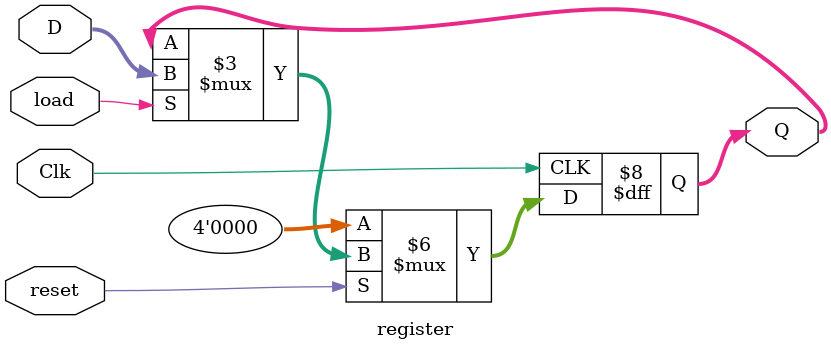
<source format=v>
`timescale 1ns / 1ns

//module register ( rst ,en , clk , din , qout
//);
//	 input en;
//	 input        clk ;
//	 input        rst ;
//	 input [3:0] din ;
//	 output reg [3:0] qout;
////	 initial begin
////		 assign din=4'b0000;
////	  end
//	 always @ (posedge clk or negedge rst)
//	 begin
//		  if(~rst)  qout = 4'b0000;
//		   else if(en)
//			  qout = din; 
//	 end
//	 
//	  
//endmodule


module register(input [3:0] D, input Clk,
	input reset, input load, output reg [3:0] Q);
	
	always @(posedge Clk)
		if (~reset)
		begin
			Q <= 4'b0;
		end else if (load) begin
			Q <= D;
		end
endmodule 
</source>
